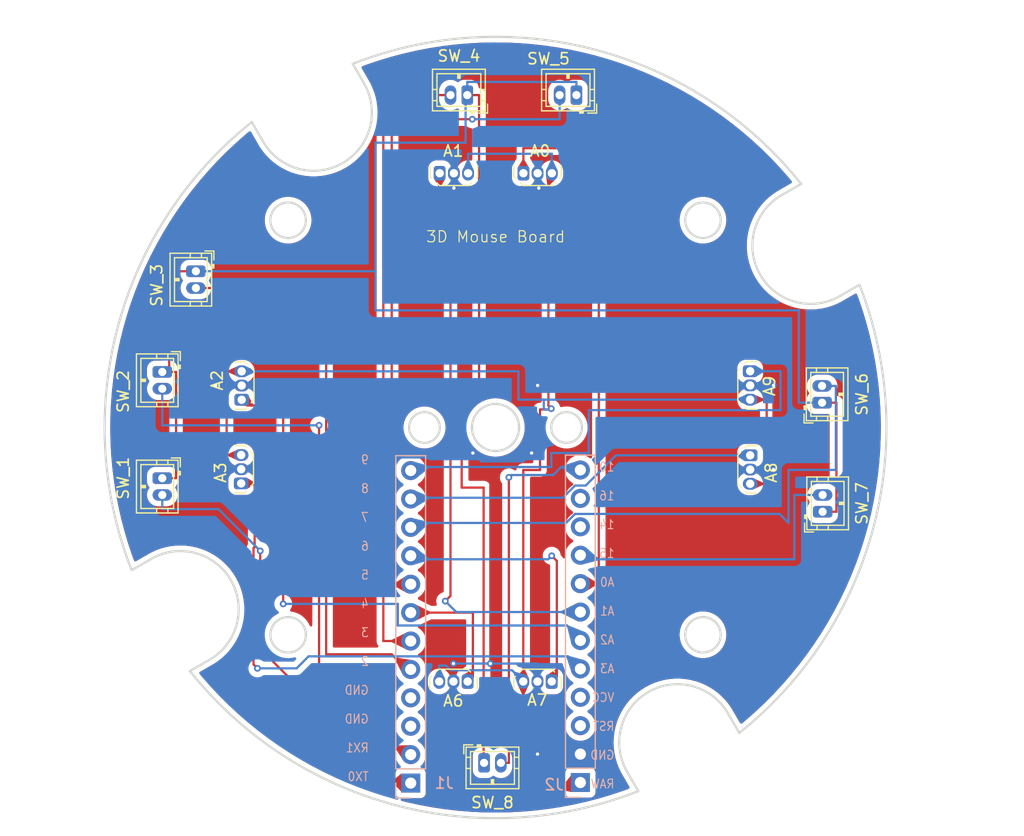
<source format=kicad_pcb>
(kicad_pcb (version 20240108) (generator "pcbnew") (generator_version "8.0")
  (layers (0 "F.Cu" signal) (31 "B.Cu" signal) (34 "B.Paste" user) (35 "F.Paste" user) (36 "B.SilkS" user "B.Silkscreen") (37 "F.SilkS" user "F.Silkscreen") (38 "B.Mask" user) (39 "F.Mask" user) (44 "Edge.Cuts" user))
  (net 0 "")
  (net 2 "Net-(J1-Pin_2)")
  (net 3 "Net-(J1-Pin_8)")
  (net 4 "Net-(J1-Pin_1)")
  (net 5 "Net-(J1-Pin_12)")
  (net 6 "Net-(J1-Pin_7)")
  (net 7 "Net-(J1-Pin_10)")
  (net 8 "Net-(J1-Pin_5)")
  (net 10 "Net-(J1-Pin_11)")
  (net 11 "Net-(J2-Pin_9)")
  (net 12 "Net-(J1-Pin_9)")
  (net 13 "Net-(J2-Pin_12)")
  (net 15 "Net-(J2-Pin_5)")
  (net 16 "GND")
  (net 17 "Net-(J2-Pin_6)")
  (net 18 "Net-(J2-Pin_8)")
  (net 19 "Net-(J2-Pin_7)")
  (net 23 "Net-(J2-Pin_1)")
  (net 24 "Net-(J1-Pin_6)")
  (net 25 "Net-(SW_1-Pin_1)")
  (footprint "Package_TO_SOT_THT:TO-92Flat" (layer "F.Cu") (at 132.7638 65.2373)
    (property "Reference" "A0" (at 1.4862 -1.9873 180) (layer "F.SilkS"))
    (property "Value" "SS49E")
    (pad "1" thru_hole roundrect (at 0 0) (size 1.05 1.3) (drill 0.75) (layers "*.Cu" "*.Mask") (roundrect_rratio 0.238) (net 18 "Net-(J2-Pin_8)"))
    (pad "2" thru_hole oval (at 1.27 0) (size 1.05 1.3) (drill 0.75) (layers "*.Cu" "*.Mask") (net 16 "GND"))
    (pad "3" thru_hole oval (at 2.54 0) (size 1.05 1.3) (drill 0.75) (layers "*.Cu" "*.Mask") (net 23 "Net-(J2-Pin_1)"))
  )
  (footprint "Connector_JST:JST_ZH_B2B-ZR_1x02_P1.50mm_Vertical" (layer "F.Cu") (at 159.5 95.5 90)
    (property "Reference" "SW_7" (at 0.75 3.5 90) (layer "F.SilkS"))
    (property "Value" "Conn_01x02_Socket" (hide yes))
    (pad "1" thru_hole roundrect (at 0 0 90) (size 1.03 1.73) (drill 0.73) (layers "*.Cu" "*.Mask") (roundrect_rratio 0.242718) (net 25 "Net-(SW_1-Pin_1)"))
    (pad "2" thru_hole oval (at 1.5 0 90) (size 1.03 1.73) (drill 0.73) (layers "*.Cu" "*.Mask") (net 11 "Net-(J2-Pin_9)"))
  )
  (footprint "Connector_JST:JST_ZH_B2B-ZR_1x02_P1.50mm_Vertical" (layer "F.Cu") (at 100.5 83 -90)
    (property "Reference" "SW_2" (at 1.75 3.5 -90) (layer "F.SilkS"))
    (property "Value" "Conn_01x02_Socket" (hide yes))
    (pad "1" thru_hole roundrect (at 0 0 270) (size 1.03 1.73) (drill 0.73) (layers "*.Cu" "*.Mask") (roundrect_rratio 0.242718) (net 25 "Net-(SW_1-Pin_1)"))
    (pad "2" thru_hole oval (at 1.5 0 270) (size 1.03 1.73) (drill 0.73) (layers "*.Cu" "*.Mask") (net 2 "Net-(J1-Pin_2)"))
  )
  (footprint "Package_TO_SOT_THT:TO-92Flat" (layer "F.Cu") (at 125.2838 65.2373)
    (property "Reference" "A1" (at 1.2162 -1.9873 0) (layer "F.SilkS"))
    (property "Value" "SS49E")
    (pad "1" thru_hole roundrect (at 0 0) (size 1.05 1.3) (drill 0.75) (layers "*.Cu" "*.Mask") (roundrect_rratio 0.238) (net 19 "Net-(J2-Pin_7)"))
    (pad "2" thru_hole oval (at 1.27 0) (size 1.05 1.3) (drill 0.75) (layers "*.Cu" "*.Mask") (net 16 "GND"))
    (pad "3" thru_hole oval (at 2.54 0) (size 1.05 1.3) (drill 0.75) (layers "*.Cu" "*.Mask") (net 23 "Net-(J2-Pin_1)"))
  )
  (footprint "Package_TO_SOT_THT:TO-92Flat" (layer "F.Cu") (at 135.2938 110.6773 180)
    (property "Reference" "A7" (at 1.29 -1.66 0) (layer "F.SilkS"))
    (property "Value" "SS49E")
    (pad "1" thru_hole roundrect (at 0 0 180) (size 1.05 1.3) (drill 0.75) (layers "*.Cu" "*.Mask") (roundrect_rratio 0.238) (net 12 "Net-(J1-Pin_9)"))
    (pad "2" thru_hole oval (at 1.27 0 180) (size 1.05 1.3) (drill 0.75) (layers "*.Cu" "*.Mask") (net 16 "GND"))
    (pad "3" thru_hole oval (at 2.54 0 180) (size 1.05 1.3) (drill 0.75) (layers "*.Cu" "*.Mask") (net 23 "Net-(J2-Pin_1)"))
  )
  (footprint "Connector_JST:JST_ZH_B2B-ZR_1x02_P1.50mm_Vertical" (layer "F.Cu") (at 103.5 74 -90)
    (property "Reference" "SW_3" (at 1.25 3.5 -90) (layer "F.SilkS"))
    (property "Value" "Conn_01x02_Socket" (hide yes))
    (pad "1" thru_hole roundrect (at 0 0 270) (size 1.03 1.73) (drill 0.73) (layers "*.Cu" "*.Mask") (roundrect_rratio 0.242718) (net 25 "Net-(SW_1-Pin_1)"))
    (pad "2" thru_hole oval (at 1.5 0 270) (size 1.03 1.73) (drill 0.73) (layers "*.Cu" "*.Mask") (net 8 "Net-(J1-Pin_5)"))
  )
  (footprint "Package_TO_SOT_THT:TO-92Flat" (layer "F.Cu") (at 127.7838 110.6773 180)
    (property "Reference" "A6" (at 1.28 -1.73 0) (layer "F.SilkS"))
    (property "Value" "SS49E")
    (pad "1" thru_hole roundrect (at 0 0 180) (size 1.05 1.3) (drill 0.75) (layers "*.Cu" "*.Mask") (roundrect_rratio 0.238) (net 6 "Net-(J1-Pin_7)"))
    (pad "2" thru_hole oval (at 1.27 0 180) (size 1.05 1.3) (drill 0.75) (layers "*.Cu" "*.Mask") (net 16 "GND"))
    (pad "3" thru_hole oval (at 2.54 0 180) (size 1.05 1.3) (drill 0.75) (layers "*.Cu" "*.Mask") (net 23 "Net-(J2-Pin_1)"))
  )
  (footprint "Package_TO_SOT_THT:TO-92Flat" (layer "F.Cu") (at 107.5488 92.9673 90)
    (property "Reference" "A3" (at 0.9673 -1.8488 90) (layer "F.SilkS"))
    (property "Value" "SS49E")
    (pad "1" thru_hole roundrect (at 0 0 90) (size 1.05 1.3) (drill 0.75) (layers "*.Cu" "*.Mask") (roundrect_rratio 0.238) (net 15 "Net-(J2-Pin_5)"))
    (pad "2" thru_hole oval (at 1.27 0 90) (size 1.05 1.3) (drill 0.75) (layers "*.Cu" "*.Mask") (net 16 "GND"))
    (pad "3" thru_hole oval (at 2.54 0 90) (size 1.05 1.3) (drill 0.75) (layers "*.Cu" "*.Mask") (net 23 "Net-(J2-Pin_1)"))
  )
  (footprint "Package_TO_SOT_THT:TO-92Flat" (layer "F.Cu") (at 153.0238 90.4573 -90)
    (property "Reference" "A8" (at 1.5427 -1.8762 90) (layer "F.SilkS"))
    (property "Value" "SS49E")
    (pad "1" thru_hole roundrect (at 0 0 270) (size 1.05 1.3) (drill 0.75) (layers "*.Cu" "*.Mask") (roundrect_rratio 0.238) (net 10 "Net-(J1-Pin_11)"))
    (pad "2" thru_hole oval (at 1.27 0 270) (size 1.05 1.3) (drill 0.75) (layers "*.Cu" "*.Mask") (net 16 "GND"))
    (pad "3" thru_hole oval (at 2.54 0 270) (size 1.05 1.3) (drill 0.75) (layers "*.Cu" "*.Mask") (net 23 "Net-(J2-Pin_1)"))
  )
  (footprint "Package_TO_SOT_THT:TO-92Flat" (layer "F.Cu") (at 107.5938 85.4873 90)
    (property "Reference" "A2" (at 1.7373 -2.1938 90) (layer "F.SilkS"))
    (property "Value" "SS49E")
    (pad "1" thru_hole roundrect (at 0 0 90) (size 1.05 1.3) (drill 0.75) (layers "*.Cu" "*.Mask") (roundrect_rratio 0.238) (net 17 "Net-(J2-Pin_6)"))
    (pad "2" thru_hole oval (at 1.27 0 90) (size 1.05 1.3) (drill 0.75) (layers "*.Cu" "*.Mask") (net 16 "GND"))
    (pad "3" thru_hole oval (at 2.54 0 90) (size 1.05 1.3) (drill 0.75) (layers "*.Cu" "*.Mask") (net 23 "Net-(J2-Pin_1)"))
  )
  (footprint "Package_TO_SOT_THT:TO-92Flat" (layer "F.Cu") (at 153.0238 82.9373 -90)
    (property "Reference" "A9" (at 1.3127 -1.7262 90) (layer "F.SilkS"))
    (property "Value" "SS49E")
    (pad "1" thru_hole roundrect (at 0 0 270) (size 1.05 1.3) (drill 0.75) (layers "*.Cu" "*.Mask") (roundrect_rratio 0.238) (net 5 "Net-(J1-Pin_12)"))
    (pad "2" thru_hole oval (at 1.27 0 270) (size 1.05 1.3) (drill 0.75) (layers "*.Cu" "*.Mask") (net 16 "GND"))
    (pad "3" thru_hole oval (at 2.54 0 270) (size 1.05 1.3) (drill 0.75) (layers "*.Cu" "*.Mask") (net 23 "Net-(J2-Pin_1)"))
  )
  (footprint "Connector_JST:JST_ZH_B2B-ZR_1x02_P1.50mm_Vertical" (layer "F.Cu") (at 127.75 58.25 180)
    (property "Reference" "SW_4" (at 0.75 3.5 180) (layer "F.SilkS"))
    (property "Value" "Conn_01x02_Socket" (hide yes))
    (pad "1" thru_hole roundrect (at 0 0 180) (size 1.03 1.73) (drill 0.73) (layers "*.Cu" "*.Mask") (roundrect_rratio 0.242718) (net 25 "Net-(SW_1-Pin_1)"))
    (pad "2" thru_hole oval (at 1.5 0 180) (size 1.03 1.73) (drill 0.73) (layers "*.Cu" "*.Mask") (net 24 "Net-(J1-Pin_6)"))
  )
  (footprint "Connector_JST:JST_ZH_B2B-ZR_1x02_P1.50mm_Vertical" (layer "F.Cu") (at 159.45 85.75 90)
    (property "Reference" "SW_6" (at 0.75 3.55 90) (layer "F.SilkS"))
    (property "Value" "Conn_01x02_Socket" (hide yes))
    (pad "1" thru_hole roundrect (at 0 0 90) (size 1.03 1.73) (drill 0.73) (layers "*.Cu" "*.Mask") (roundrect_rratio 0.242718) (net 25 "Net-(SW_1-Pin_1)"))
    (pad "2" thru_hole oval (at 1.5 0 90) (size 1.03 1.73) (drill 0.73) (layers "*.Cu" "*.Mask") (net 7 "Net-(J1-Pin_10)"))
  )
  (footprint "Connector_JST:JST_ZH_B2B-ZR_1x02_P1.50mm_Vertical" (layer "F.Cu") (at 100.5 92.5 -90)
    (property "Reference" "SW_1" (at 0 3.5 90) (layer "F.SilkS"))
    (property "Value" "Conn_01x02_Socket" (hide yes))
    (pad "1" thru_hole roundrect (at 0 0 270) (size 1.03 1.73) (drill 0.73) (layers "*.Cu" "*.Mask") (roundrect_rratio 0.242718) (net 25 "Net-(SW_1-Pin_1)"))
    (pad "2" thru_hole oval (at 1.5 0 270) (size 1.03 1.73) (drill 0.73) (layers "*.Cu" "*.Mask") (net 4 "Net-(J1-Pin_1)"))
  )
  (footprint "Connector_JST:JST_ZH_B2B-ZR_1x02_P1.50mm_Vertical" (layer "F.Cu") (at 129.25 117.95)
    (property "Reference" "SW_8" (at 0.75 3.55 0) (layer "F.SilkS"))
    (property "Value" "Conn_01x02_Socket" (hide yes))
    (pad "1" thru_hole roundrect (at 0 0) (size 1.03 1.73) (drill 0.73) (layers "*.Cu" "*.Mask") (roundrect_rratio 0.242718) (net 25 "Net-(SW_1-Pin_1)"))
    (pad "2" thru_hole oval (at 1.5 0) (size 1.03 1.73) (drill 0.73) (layers "*.Cu" "*.Mask") (net 13 "Net-(J2-Pin_12)"))
  )
  (footprint "Connector_JST:JST_ZH_B2B-ZR_1x02_P1.50mm_Vertical" (layer "F.Cu") (at 137.5 58.25 180)
    (property "Reference" "SW_5" (at 2.5 3.25 180) (layer "F.SilkS"))
    (property "Value" "Conn_01x02_Socket" (hide yes))
    (pad "1" thru_hole roundrect (at 0 0 180) (size 1.03 1.73) (drill 0.73) (layers "*.Cu" "*.Mask") (roundrect_rratio 0.242718) (net 25 "Net-(SW_1-Pin_1)"))
    (pad "2" thru_hole oval (at 1.5 0 180) (size 1.03 1.73) (drill 0.73) (layers "*.Cu" "*.Mask") (net 3 "Net-(J1-Pin_8)"))
  )
  (footprint "Connector_PinHeader_2.54mm:PinHeader_1x12_P2.54mm_Vertical" (layer "B.Cu") (at 137.8538 119.7073)
    (property "Reference" "J2" (at -2.3538 0.1927 0) (layer "B.SilkS") (effects (justify mirror)))
    (property "Value" "Conn_01x12_Pin" (hide yes))
    (pad "1" thru_hole rect (at 0 0) (size 1.7 1.7) (drill 1) (layers "*.Cu" "*.Mask") (net 23 "Net-(J2-Pin_1)"))
    (pad "2" thru_hole oval (at 0 -2.54) (size 1.7 1.7) (drill 1) (layers "*.Cu" "*.Mask") (net 16 "GND"))
    (pad "3" thru_hole oval (at 0 -5.08) (size 1.7 1.7) (drill 1) (layers "*.Cu" "*.Mask"))
    (pad "4" thru_hole oval (at 0 -7.62) (size 1.7 1.7) (drill 1) (layers "*.Cu" "*.Mask"))
    (pad "5" thru_hole oval (at 0 -10.16) (size 1.7 1.7) (drill 1) (layers "*.Cu" "*.Mask") (net 15 "Net-(J2-Pin_5)"))
    (pad "6" thru_hole oval (at 0 -12.7) (size 1.7 1.7) (drill 1) (layers "*.Cu" "*.Mask") (net 17 "Net-(J2-Pin_6)"))
    (pad "7" thru_hole oval (at 0 -15.24) (size 1.7 1.7) (drill 1) (layers "*.Cu" "*.Mask") (net 19 "Net-(J2-Pin_7)"))
    (pad "8" thru_hole oval (at 0 -17.78) (size 1.7 1.7) (drill 1) (layers "*.Cu" "*.Mask") (net 18 "Net-(J2-Pin_8)"))
    (pad "9" thru_hole oval (at 0 -20.32) (size 1.7 1.7) (drill 1) (layers "*.Cu" "*.Mask") (net 11 "Net-(J2-Pin_9)"))
    (pad "10" thru_hole oval (at 0 -22.86) (size 1.7 1.7) (drill 1) (layers "*.Cu" "*.Mask"))
    (pad "11" thru_hole oval (at 0 -25.4) (size 1.7 1.7) (drill 1) (layers "*.Cu" "*.Mask"))
    (pad "12" thru_hole oval (at 0 -27.94) (size 1.7 1.7) (drill 1) (layers "*.Cu" "*.Mask") (net 13 "Net-(J2-Pin_12)"))
  )
  (footprint "Connector_PinHeader_2.54mm:PinHeader_1x12_P2.54mm_Vertical" (layer "B.Cu") (at 122.6938 119.7573)
    (property "Reference" "J1" (at 3 0 0) (layer "B.SilkS") (effects (justify mirror)))
    (property "Value" "Conn_01x12_Pin" (hide yes))
    (pad "1" thru_hole rect (at 0 0) (size 1.7 1.7) (drill 1) (layers "*.Cu" "*.Mask") (net 4 "Net-(J1-Pin_1)"))
    (pad "2" thru_hole oval (at 0 -2.54) (size 1.7 1.7) (drill 1) (layers "*.Cu" "*.Mask") (net 2 "Net-(J1-Pin_2)"))
    (pad "3" thru_hole oval (at 0 -5.08) (size 1.7 1.7) (drill 1) (layers "*.Cu" "*.Mask"))
    (pad "4" thru_hole oval (at 0 -7.62) (size 1.7 1.7) (drill 1) (layers "*.Cu" "*.Mask"))
    (pad "5" thru_hole oval (at 0 -10.16) (size 1.7 1.7) (drill 1) (layers "*.Cu" "*.Mask") (net 8 "Net-(J1-Pin_5)"))
    (pad "6" thru_hole oval (at 0 -12.7) (size 1.7 1.7) (drill 1) (layers "*.Cu" "*.Mask") (net 24 "Net-(J1-Pin_6)"))
    (pad "7" thru_hole oval (at 0 -15.24) (size 1.7 1.7) (drill 1) (layers "*.Cu" "*.Mask") (net 6 "Net-(J1-Pin_7)"))
    (pad "8" thru_hole oval (at 0 -17.78) (size 1.7 1.7) (drill 1) (layers "*.Cu" "*.Mask") (net 3 "Net-(J1-Pin_8)"))
    (pad "9" thru_hole oval (at 0 -20.32) (size 1.7 1.7) (drill 1) (layers "*.Cu" "*.Mask") (net 12 "Net-(J1-Pin_9)"))
    (pad "10" thru_hole oval (at 0 -22.86) (size 1.7 1.7) (drill 1) (layers "*.Cu" "*.Mask") (net 7 "Net-(J1-Pin_10)"))
    (pad "11" thru_hole oval (at 0 -25.4) (size 1.7 1.7) (drill 1) (layers "*.Cu" "*.Mask") (net 10 "Net-(J1-Pin_11)"))
    (pad "12" thru_hole oval (at 0 -27.94) (size 1.7 1.7) (drill 1) (layers "*.Cu" "*.Mask") (net 5 "Net-(J1-Pin_12)"))
  )
  (gr_arc (start 97.763227 100.72524) (mid 96.539659 78.92805) (end 108.497895 60.662914) (stroke (width 0.2)) (layer "Edge.Cuts"))
  (gr_arc (start 161.034337 76.220698) (mid 153.921446 74.314805) (end 155.827335 67.201911) (stroke (width 0.2)) (layer "Edge.Cuts"))
  (gr_line (start 102.970227 109.744028) (end 104.7219 108.732699) (stroke (width 0.2)) (layer "Edge.Cuts"))
  (gr_circle (center 123.924618 87.967305) (end 125.299618 87.967305) (stroke (width 0.2)) (fill none) (layer "Edge.Cuts"))
  (gr_line (start 142.021212 118.727002) (end 143.032553 120.478695) (stroke (width 0.2)) (layer "Edge.Cuts"))
  (gr_line (start 108.497895 60.662914) (end 109.509224 62.414587) (stroke (width 0.2)) (layer "Edge.Cuts"))
  (gr_circle (center 148.806221 69.435702) (end 150.393721 69.435702) (stroke (width 0.2)) (fill none) (layer "Edge.Cuts"))
  (gr_arc (start 162.786009 75.20937) (mid 164.009577 97.00656) (end 152.051342 115.271696) (stroke (width 0.2)) (layer "Edge.Cuts"))
  (gr_circle (center 136.624618 87.967305) (end 137.999618 87.967305) (stroke (width 0.2)) (fill none) (layer "Edge.Cuts"))
  (gr_circle (center 130.274618 87.967305) (end 132.382818 87.967305) (stroke (width 0.2)) (fill none) (layer "Edge.Cuts"))
  (gr_circle (center 148.806221 106.498908) (end 150.393721 106.498908) (stroke (width 0.2)) (fill none) (layer "Edge.Cuts"))
  (gr_arc (start 118.528012 57.207588) (mid 116.622118 64.320481) (end 109.509225 62.414587) (stroke (width 0.2)) (layer "Edge.Cuts"))
  (gr_line (start 99.514901 99.713911) (end 97.763227 100.72524) (stroke (width 0.2)) (layer "Edge.Cuts"))
  (gr_circle (center 111.743015 106.498908) (end 113.330515 106.498908) (stroke (width 0.2)) (fill none) (layer "Edge.Cuts"))
  (gr_line (start 157.579009 66.190581) (end 155.827335 67.201911) (stroke (width 0.2)) (layer "Edge.Cuts"))
  (gr_arc (start 142.021212 118.727002) (mid 143.927105 111.614109) (end 151.039999 113.52) (stroke (width 0.2)) (layer "Edge.Cuts"))
  (gr_line (start 161.034337 76.220698) (end 162.786009 75.20937) (stroke (width 0.2)) (layer "Edge.Cuts"))
  (gr_arc (start 117.516683 55.455914) (mid 139.313873 54.232346) (end 157.579009 66.190581) (stroke (width 0.2)) (layer "Edge.Cuts"))
  (gr_line (start 152.051342 115.271696) (end 151.039999 113.52) (stroke (width 0.2)) (layer "Edge.Cuts"))
  (gr_arc (start 99.514901 99.713911) (mid 106.627794 101.619805) (end 104.7219 108.732698) (stroke (width 0.2)) (layer "Edge.Cuts"))
  (gr_arc (start 143.032553 120.478695) (mid 121.235363 121.702264) (end 102.970227 109.744028) (stroke (width 0.2)) (layer "Edge.Cuts"))
  (gr_line (start 118.528012 57.207588) (end 117.516683 55.455914) (stroke (width 0.2)) (layer "Edge.Cuts"))
  (gr_line (start 104.7219 108.732698) (end 104.7219 108.732699) (stroke (width 0.2)) (layer "Edge.Cuts"))
  (gr_line (start 109.509225 62.414587) (end 109.509224 62.414587) (stroke (width 0.2)) (layer "Edge.Cuts"))
  (gr_circle (center 111.743015 69.435702) (end 113.330515 69.435702) (stroke (width 0.2)) (fill none) (layer "Edge.Cuts"))
  (gr_text "10\n\n16\n\n14\n\n15\n\nA0\n\nA1\n\nA2\n\nA3\n\nVCC\n\nRST\n\nGND\n\nRAW\n" (at 140.95 120.3 0) (layer "B.SilkS") (effects (font (size 0.8 0.7) (thickness 0.1)) (justify left bottom mirror)))
  (gr_text "9\n\n8\n\n7\n\n6\n\n5\n\n4\n\n3\n\n2\n\nGND\n\nGND\n\nRX1\n\nTX0" (at 119 119.65 0) (layer "B.SilkS") (effects (font (size 0.8 0.7) (thickness 0.1)) (justify left bottom mirror)))
  (gr_text "3D Mouse Board" (at 124 71.5 0) (layer "F.SilkS") (effects (font (size 1 1) (thickness 0.1)) (justify left bottom)))
  (segment (start 114.5077 109.5973) (end 114.5077 87.7748) (width 0.2) (layer "F.Cu") (net 2))
  (segment (start 122.6938 117.2173) (end 121.9765 116.5) (width 0.2) (layer "F.Cu") (net 2))
  (segment (start 120.9647 116.5) (end 120.9647 109.5973) (width 0.2) (layer "F.Cu") (net 2))
  (segment (start 121.9765 116.5) (end 120.9647 116.5) (width 0.2) (layer "F.Cu") (net 2))
  (segment (start 120.9647 109.5973) (end 114.5077 109.5973) (width 0.2) (layer "F.Cu") (net 2))
  (via (at 114.5077 87.7748) (size 0.6) (drill 0.3) (layers "F.Cu" "B.Cu") (net 2))
  (segment (start 100.5 84.5) (end 100.5 87.7748) (width 0.2) (layer "B.Cu") (net 2))
  (segment (start 100.5 87.7748) (end 114.5077 87.7748) (width 0.2) (layer "B.Cu") (net 2))
  (segment (start 122.6938 101.9773) (end 121 101.9773) (width 0.2) (layer "F.Cu") (net 3))
  (segment (start 121 101.9773) (end 121 60.4071) (width 0.2) (layer "F.Cu") (net 3))
  (segment (start 121 60.4071) (end 128.2003 60.4071) (width 0.2) (layer "F.Cu") (net 3))
  (via (at 128.2003 60.4071) (size 0.6) (drill 0.3) (layers "F.Cu" "B.Cu") (net 3))
  (segment (start 128.2003 60.4071) (end 136 60.4071) (width 0.2) (layer "B.Cu") (net 3))
  (segment (start 136 60.4071) (end 136 58.25) (width 0.2) (layer "B.Cu") (net 3))
  (segment (start 109.25 99) (end 109.25 107.75) (width 0.2) (layer "F.Cu") (net 4))
  (segment (start 109.25 107.75) (end 121.2573 119.7573) (width 0.2) (layer "F.Cu") (net 4))
  (segment (start 121.2573 119.7573) (end 122.6938 119.7573) (width 0.2) (layer "F.Cu") (net 4))
  (via (at 109.25 99) (size 0.6) (drill 0.3) (layers "F.Cu" "B.Cu") (net 4))
  (segment (start 109.25 99) (end 105.5144 95.2644) (width 0.2) (layer "B.Cu") (net 4))
  (segment (start 100.5 95.2644) (end 100.5 94) (width 0.2) (layer "B.Cu") (net 4))
  (segment (start 105.5144 95.2644) (end 100.5 95.2644) (width 0.2) (layer "B.Cu") (net 4))
  (segment (start 122.6938 91.8173) (end 123.0111 91.5) (width 0.2) (layer "B.Cu") (net 5))
  (segment (start 155.7386 82.9373) (end 153.0238 82.9373) (width 0.2) (layer "B.Cu") (net 5))
  (segment (start 135.2588 90.25) (end 138.6023 90.25) (width 0.2) (layer "B.Cu") (net 5))
  (segment (start 138.6023 90.25) (end 138.6023 86.4172) (width 0.2) (layer "B.Cu") (net 5))
  (segment (start 135.2588 91.5) (end 135.2588 90.25) (width 0.2) (layer "B.Cu") (net 5))
  (segment (start 155.7386 86.4172) (end 155.7386 82.9373) (width 0.2) (layer "B.Cu") (net 5))
  (segment (start 123.0111 91.5) (end 135.2588 91.5) (width 0.2) (layer "B.Cu") (net 5))
  (segment (start 138.6023 86.4172) (end 155.7386 86.4172) (width 0.2) (layer "B.Cu") (net 5))
  (segment (start 128.25 110.2111) (end 127.7838 110.6773) (width 0.2) (layer "F.Cu") (net 6))
  (segment (start 122.6938 104.5173) (end 128.25 104.5173) (width 0.2) (layer "F.Cu") (net 6))
  (segment (start 128.25 104.5173) (end 128.25 110.2111) (width 0.2) (layer "F.Cu") (net 6))
  (segment (start 160.6848 91.7588) (end 160.6848 84.25) (width 0.2) (layer "B.Cu") (net 7))
  (segment (start 137.377454 95.6973) (end 155.6501 95.6973) (width 0.2) (layer "B.Cu") (net 7))
  (segment (start 155.6501 95.6973) (end 156.4528 96.5) (width 0.2) (layer "B.Cu") (net 7))
  (segment (start 122.6938 96.8973) (end 122.6938 96.5) (width 0.2) (layer "B.Cu") (net 7))
  (segment (start 156.4528 96.5) (end 156.4528 91.7588) (width 0.2) (layer "B.Cu") (net 7))
  (segment (start 156.4528 91.7588) (end 160.6848 91.7588) (width 0.2) (layer "B.Cu") (net 7))
  (segment (start 122.6938 96.5) (end 136.574754 96.5) (width 0.2) (layer "B.Cu") (net 7))
  (segment (start 136.574754 96.5) (end 137.377454 95.6973) (width 0.2) (layer "B.Cu") (net 7))
  (segment (start 160.6848 84.25) (end 159.45 84.25) (width 0.2) (layer "B.Cu") (net 7))
  (segment (start 115.1427 75.5) (end 103.5 75.5) (width 0.2) (layer "F.Cu") (net 8))
  (segment (start 122.6938 109.5973) (end 122.3473 109.5973) (width 0.2) (layer "F.Cu") (net 8))
  (segment (start 120.9944 108.2444) (end 115.1427 108.2444) (width 0.2) (layer "F.Cu") (net 8))
  (segment (start 115.1427 108.2444) (end 115.1427 75.5) (width 0.2) (layer "F.Cu") (net 8))
  (segment (start 122.3473 109.5973) (end 120.9944 108.2444) (width 0.2) (layer "F.Cu") (net 8))
  (segment (start 141.030146 90.4573) (end 153.0238 90.4573) (width 0.2) (layer "B.Cu") (net 10))
  (segment (start 137.377454 93.1573) (end 138.330146 93.1573) (width 0.2) (layer "B.Cu") (net 10))
  (segment (start 122.6938 94.3573) (end 122.8011 94.25) (width 0.2) (layer "B.Cu") (net 10))
  (segment (start 138.330146 93.1573) (end 141.030146 90.4573) (width 0.2) (layer "B.Cu") (net 10))
  (segment (start 136.284754 94.25) (end 137.377454 93.1573) (width 0.2) (layer "B.Cu") (net 10))
  (segment (start 122.8011 94.25) (end 136.284754 94.25) (width 0.2) (layer "B.Cu") (net 10))
  (segment (start 138.2165 99.75) (end 156.9749 99.75) (width 0.2) (layer "B.Cu") (net 11))
  (segment (start 137.8538 99.3873) (end 138.2165 99.75) (width 0.2) (layer "B.Cu") (net 11))
  (segment (start 156.9749 99.75) (end 156.9749 94) (width 0.2) (layer "B.Cu") (net 11))
  (segment (start 156.9749 94) (end 159.5 94) (width 0.2) (layer "B.Cu") (net 11))
  (segment (start 135.2938 110.6773) (end 135.75 110.2211) (width 0.2) (layer "F.Cu") (net 12))
  (segment (start 135.75 110.2211) (end 135.75 99.8935) (width 0.2) (layer "F.Cu") (net 12))
  (segment (start 135.75 99.8935) (end 135.2938 99.4373) (width 0.2) (layer "F.Cu") (net 12))
  (via (at 135.2938 99.4373) (size 0.6) (drill 0.3) (layers "F.Cu" "B.Cu") (net 12))
  (segment (start 122.6938 99.4373) (end 123.0065 99.75) (width 0.2) (layer "B.Cu") (net 12))
  (segment (start 123.0065 99.75) (end 134.9811 99.75) (width 0.2) (layer "B.Cu") (net 12))
  (segment (start 134.9811 99.75) (end 135.2938 99.4373) (width 0.2) (layer "B.Cu") (net 12))
  (segment (start 131.4643 92.4273) (end 131.4643 117.95) (width 0.2) (layer "F.Cu") (net 13))
  (segment (start 131.4643 117.95) (end 130.75 117.95) (width 0.2) (layer "F.Cu") (net 13))
  (via (at 131.4643 92.4273) (size 0.6) (drill 0.3) (layers "F.Cu" "B.Cu") (net 13))
  (segment (start 131.6743 92.2173) (end 131.4643 92.4273) (width 0.2) (layer "B.Cu") (net 13))
  (segment (start 135.424485 92.2173) (end 131.6743 92.2173) (width 0.2) (layer "B.Cu") (net 13))
  (segment (start 137.8538 91.7673) (end 137.5865 91.5) (width 0.2) (layer "B.Cu") (net 13))
  (segment (start 136.141785 91.5) (end 135.424485 92.2173) (width 0.2) (layer "B.Cu") (net 13))
  (segment (start 137.5865 91.5) (end 136.141785 91.5) (width 0.2) (layer "B.Cu") (net 13))
  (segment (start 108.65 98.751471) (end 108.75 98.651471) (width 0.2) (layer "F.Cu") (net 15))
  (segment (start 108.75 92.9673) (end 107.5488 92.9673) (width 0.2) (layer "F.Cu") (net 15))
  (segment (start 108.65 109.15) (end 108.65 98.751471) (width 0.2) (layer "F.Cu") (net 15))
  (segment (start 109 109.5) (end 108.65 109.15) (width 0.2) (layer "F.Cu") (net 15))
  (segment (start 108.75 98.651471) (end 108.75 92.9673) (width 0.2) (layer "F.Cu") (net 15))
  (via (at 109 109.5) (size 0.6) (drill 0.3) (layers "F.Cu" "B.Cu") (net 15))
  (segment (start 113.573 108.427) (end 136.7335 108.427) (width 0.2) (layer "B.Cu") (net 15))
  (segment (start 109 109.5) (end 112.5 109.5) (width 0.2) (layer "B.Cu") (net 15))
  (segment (start 136.7335 108.427) (end 137.8538 109.5473) (width 0.2) (layer "B.Cu") (net 15))
  (segment (start 112.5 109.5) (end 113.573 108.427) (width 0.2) (layer "B.Cu") (net 15))
  (segment (start 126.5138 109.0702) (end 126.5138 110.6773) (width 0.2) (layer "F.Cu") (net 16))
  (segment (start 126.5538 65.2373) (end 126.5538 66.5649) (width 0.2) (layer "F.Cu") (net 16))
  (segment (start 105.2662 91.6973) (end 105.2662 84.2173) (width 0.2) (layer "F.Cu") (net 16))
  (segment (start 133.5 90.25) (end 133.5 84.7411) (width 0.2) (layer "F.Cu") (net 16))
  (segment (start 129.8124 91.8124) (end 129.8124 109.0702) (width 0.2) (layer "F.Cu") (net 16))
  (segment (start 134.0338 66.907) (end 134.0338 84.2073) (width 0.2) (layer "F.Cu") (net 16))
  (segment (start 134.14 66.907) (end 134.14 66.5649) (width 0.2) (layer "F.Cu") (net 16))
  (segment (start 134.0338 66.907) (end 134.14 66.907) (width 0.2) (layer "F.Cu") (net 16))
  (segment (start 155.1094 91.7273) (end 155.1094 84.2073) (width 0.2) (layer "F.Cu") (net 16))
  (segment (start 107.5488 91.6973) (end 105.2662 91.6973) (width 0.2) (layer "F.Cu") (net 16))
  (segment (start 134.0338 65.2373) (end 134.0338 66.907) (width 0.2) (layer "F.Cu") (net 16))
  (segment (start 133.5 84.7411) (end 134.0338 84.2073) (width 0.2) (layer "F.Cu") (net 16))
  (segment (start 128.25 90.25) (end 129.8124 91.8124) (width 0.2) (layer "F.Cu") (net 16))
  (segment (start 134.0238 110.6773) (end 134.0238 117.1673) (width 0.2) (layer "F.Cu") (net 16))
  (via (at 134.14 66.5649) (size 0.6) (drill 0.3) (layers "F.Cu" "B.Cu") (net 16))
  (via (at 134.0238 117.1673) (size 0.6) (drill 0.3) (layers "F.Cu" "B.Cu") (net 16))
  (via (at 126.5138 109.0702) (size 0.6) (drill 0.3) (layers "F.Cu" "B.Cu") (net 16))
  (via (at 126.5538 66.5649) (size 0.6) (drill 0.3) (layers "F.Cu" "B.Cu") (net 16))
  (via (at 129.8124 109.0702) (size 0.6) (drill 0.3) (layers "F.Cu" "B.Cu") (net 16))
  (via (at 128.25 90.25) (size 0.6) (drill 0.3) (layers "F.Cu" "B.Cu") (net 16))
  (via (at 134.0338 84.2073) (size 0.6) (drill 0.3) (layers "F.Cu" "B.Cu") (net 16))
  (via (at 155.1094 91.7273) (size 0.6) (drill 0.3) (layers "F.Cu" "B.Cu") (net 16))
  (via (at 105.2662 84.2173) (size 0.6) (drill 0.3) (layers "F.Cu" "B.Cu") (net 16))
  (via (at 155.1094 84.2073) (size 0.6) (drill 0.3) (layers "F.Cu" "B.Cu") (net 16))
  (via (at 133.5 90.25) (size 0.6) (drill 0.3) (layers "F.Cu" "B.Cu") (net 16))
  (segment (start 132.75 91) (end 133.5 90.25) (width 0.2) (layer "B.Cu") (net 16))
  (segment (start 134.0238 110.6773) (end 134.0238 109.0702) (width 0.2) (layer "B.Cu") (net 16))
  (segment (start 153.0238 91.7273) (end 155.1094 91.7273) (width 0.2) (layer "B.Cu") (net 16))
  (segment (start 137.5211 117.5) (end 134.3565 117.5) (width 0.2) (layer "B.Cu") (net 16))
  (segment (start 128.25 90.25) (end 127.8579 90.6421) (width 0.2) (layer "B.Cu") (net 16))
  (segment (start 153.0238 84.2073) (end 134.0338 84.2073) (width 0.2) (layer "B.Cu") (net 16))
  (segment (start 134.3565 117.5) (end 134.0238 117.1673) (width 0.2) (layer "B.Cu") (net 16))
  (segment (start 134.14 66.5649) (end 126.5538 66.5649) (width 0.2) (layer "B.Cu") (net 16))
  (segment (start 134.0238 109.0702) (end 129.8124 109.0702) (width 0.2) (layer "B.Cu") (net 16))
  (segment (start 128.25 90.25) (end 129 91) (width 0.2) (layer "B.Cu") (net 16))
  (segment (start 127.8579 90.6421) (end 114.2246 90.6421) (width 0.2) (layer "B.Cu") (net 16))
  (segment (start 129.8124 109.0702) (end 126.5138 109.0702) (width 0.2) (layer "B.Cu") (net 16))
  (segment (start 155.1094 84.2073) (end 153.0238 84.2073) (width 0.2) (layer "B.Cu") (net 16))
  (segment (start 114.2246 90.6421) (end 114.2246 91.6973) (width 0.2) (layer "B.Cu") (net 16))
  (segment (start 114.2246 91.6973) (end 107.5488 91.6973) (width 0.2) (layer "B.Cu") (net 16))
  (segment (start 137.8538 117.1673) (end 137.5211 117.5) (width 0.2) (layer "B.Cu") (net 16))
  (segment (start 129 91) (end 132.75 91) (width 0.2) (layer "B.Cu") (net 16))
  (segment (start 105.2662 84.2173) (end 107.5938 84.2173) (width 0.2) (layer "B.Cu") (net 16))
  (segment (start 111.3026 103.7377) (end 111.3026 86) (width 0.2) (layer "F.Cu") (net 17))
  (segment (start 111.3026 86) (end 108.1065 86) (width 0.2) (layer "F.Cu") (net 17))
  (segment (start 108.1065 86) (end 107.5938 85.4873) (width 0.2) (layer "F.Cu") (net 17))
  (via (at 111.3026 103.7377) (size 0.6) (drill 0.3) (layers "F.Cu" "B.Cu") (net 17))
  (segment (start 136.669 105.669) (end 121.5421 105.669) (width 0.2) (layer "B.Cu") (net 17))
  (segment (start 121.5421 103.7377) (end 111.3026 103.7377) (width 0.2) (layer "B.Cu") (net 17))
  (segment (start 121.5421 105.669) (end 121.5421 103.7377) (width 0.2) (layer "B.Cu") (net 17))
  (segment (start 137.8538 107.0073) (end 137.8538 106.8538) (width 0.2) (layer "B.Cu") (net 17))
  (segment (start 137.8538 106.8538) (end 136.669 105.669) (width 0.2) (layer "B.Cu") (net 17))
  (segment (start 139.5 101.9273) (end 139.5 63) (width 0.2) (layer "F.Cu") (net 18))
  (segment (start 139.5 63) (end 132.7638 63) (width 0.2) (layer "F.Cu") (net 18))
  (segment (start 132.7638 63) (end 132.7638 65.2373) (width 0.2) (layer "F.Cu") (net 18))
  (segment (start 137.8538 101.9273) (end 139.5 101.9273) (width 0.2) (layer "F.Cu") (net 18))
  (segment (start 125.7836 103.4893) (end 126.25 103.0229) (width 0.2) (layer "F.Cu") (net 19))
  (segment (start 126.25 69.7785) (end 125.2838 69.7785) (width 0.2) (layer "F.Cu") (net 19))
  (segment (start 126.25 103.0229) (end 126.25 69.7785) (width 0.2) (layer "F.Cu") (net 19))
  (segment (start 125.2838 69.7785) (end 125.2838 65.2373) (width 0.2) (layer "F.Cu") (net 19))
  (via (at 125.7836 103.4893) (size 0.6) (drill 0.3) (layers "F.Cu" "B.Cu") (net 19))
  (segment (start 137.8538 104.4673) (end 126.7616 104.4673) (width 0.2) (layer "B.Cu") (net 19))
  (segment (start 126.7616 104.4673) (end 125.7836 103.4893) (width 0.2) (layer "B.Cu") (net 19))
  (segment (start 106.25 90.4273) (end 107.5488 90.4273) (width 0.2) (layer "F.Cu") (net 23))
  (segment (start 154.5 85.4773) (end 154.5 92.9973) (width 0.2) (layer "F.Cu") (net 23))
  (segment (start 107.5938 82.9473) (end 106.25 82.9473) (width 0.2) (layer "F.Cu") (net 23))
  (segment (start 135 86.02548) (end 135 64.8793) (width 0.2) (layer "F.Cu") (net 23))
  (segment (start 135.253641 86.279121) (end 135 86.02548) (width 0.2) (layer "F.Cu") (net 23))
  (segment (start 132.7538 91.7673) (end 134.25 91.7673) (width 0.2) (layer "F.Cu") (net 23))
  (segment (start 132.7538 120.25) (end 132.7538 110.6773) (width 0.2) (layer "F.Cu") (net 23))
  (segment (start 154.5 92.9973) (end 153.0238 92.9973) (width 0.2) (layer "F.Cu") (net 23))
  (segment (start 137.3111 120.25) (end 132.7538 120.25) (width 0.2) (layer "F.Cu") (net 23))
  (segment (start 132.7538 110.6773) (end 132.7538 91.7673) (width 0.2) (layer "F.Cu") (net 23))
  (segment (start 153.0238 85.4773) (end 154.5 85.4773) (width 0.2) (layer "F.Cu") (net 23))
  (segment (start 106.25 82.9473) (end 106.25 90.4273) (width 0.2) (layer "F.Cu") (net 23))
  (segment (start 137.8538 119.7073) (end 137.3111 120.25) (width 0.2) (layer "F.Cu") (net 23))
  (segment (start 134.25 91.7673) (end 134.25 86.358) (width 0.2) (layer "F.Cu") (net 23))
  (segment (start 134.25 86.358) (end 135.3038 86.358) (width 0.2) (layer "F.Cu") (net 23))
  (via (at 135.253641 86.279121) (size 0.6) (drill 0.3) (layers "F.Cu" "B.Cu") (net 23))
  (segment (start 132.3221 82.9473) (end 107.5938 82.9473) (width 0.2) (layer "B.Cu") (net 23))
  (segment (start 134.583 85.4773) (end 153.0238 85.4773) (width 0.2) (layer "B.Cu") (net 23))
  (segment (start 132.3221 85.4773) (end 132.3221 82.9473) (width 0.2) (layer "B.Cu") (net 23))
  (segment (start 125.2438 110.6773) (end 125.2438 109.25) (width 0.2) (layer "B.Cu") (net 23))
  (segment (start 135.3038 63.5) (end 135.3038 65.2373) (width 0.2) (layer "B.Cu") (net 23))
  (segment (start 127.8238 65.2373) (end 127.8238 63.5) (width 0.2) (layer "B.Cu") (net 23))
  (segment (start 125.845071 109.25) (end 126.265271 109.6702) (width 0.2) (layer "B.Cu") (net 23))
  (segment (start 131.7467 109.6702) (end 132.7538 110.6773) (width 0.2) (layer "B.Cu") (net 23))
  (segment (start 134.583 85.4773) (end 134.583 86.358) (width 0.2) (layer "B.Cu") (net 23))
  (segment (start 126.265271 109.6702) (end 131.7467 109.6702) (width 0.2) (layer "B.Cu") (net 23))
  (segment (start 134.583 86.358) (end 135.3038 86.358) (width 0.2) (layer "B.Cu") (net 23))
  (segment (start 134.583 85.4773) (end 132.3221 85.4773) (width 0.2) (layer "B.Cu") (net 23))
  (segment (start 127.8238 63.5) (end 135.3038 63.5) (width 0.2) (layer "B.Cu") (net 23))
  (segment (start 125.2438 109.25) (end 125.845071 109.25) (width 0.2) (layer "B.Cu") (net 23))
  (segment (start 120.25 107.0573) (end 122.6938 107.0573) (width 0.2) (layer "F.Cu") (net 24))
  (segment (start 120.25 58.25) (end 120.25 107.0573) (width 0.2) (layer "F.Cu") (net 24))
  (segment (start 126.25 58.25) (end 120.25 58.25) (width 0.2) (layer "F.Cu") (net 24))
  (segment (start 128.802 58.25) (end 128.802 84.2036) (width 0.2) (layer "F.Cu") (net 25))
  (segment (start 127.75 58.25) (end 128.802 58.25) (width 0.2) (layer "F.Cu") (net 25))
  (segment (start 129.2107 117.95) (end 129.25 117.95) (width 0.2) (layer "F.Cu") (net 25))
  (segment (start 101.1165 74) (end 103.5 74) (width 0.2) (layer "F.Cu") (net 25))
  (segment (start 127.25 84.2036) (end 127.25 93.3395) (width 0.2) (layer "F.Cu") (net 25))
  (segment (start 159.45 85.75) (end 160.7316 85.75) (width 0.2) (layer "F.Cu") (net 25))
  (segment (start 160.7316 85.75) (end 160.7316 95.5) (width 0.2) (layer "F.Cu") (net 25))
  (segment (start 101.1165 83) (end 101.1165 74) (width 0.2) (layer "F.Cu") (net 25))
  (segment (start 127.25 93.3395) (end 129.2107 93.3395) (width 0.2) (layer "F.Cu") (net 25))
  (segment (start 128.802 84.2036) (end 127.25 84.2036) (width 0.2) (layer "F.Cu") (net 25))
  (segment (start 101.733 83) (end 101.1165 83) (width 0.2) (layer "F.Cu") (net 25))
  (segment (start 100.5 92.5) (end 101.733 92.5) (width 0.2) (layer "F.Cu") (net 25))
  (segment (start 101.1165 83) (end 100.5 83) (width 0.2) (layer "F.Cu") (net 25))
  (segment (start 160.7316 95.5) (end 159.5 95.5) (width 0.2) (layer "F.Cu") (net 25))
  (segment (start 129.2107 93.3395) (end 129.2107 117.95) (width 0.2) (layer "F.Cu") (net 25))
  (segment (start 101.733 92.5) (end 101.733 83) (width 0.2) (layer "F.Cu") (net 25))
  (segment (start 137.5 57.0749) (end 127.75 57.0749) (width 0.2) (layer "B.Cu") (net 25))
  (segment (start 119.5501 77.4975) (end 119.5501 74) (width 0.2) (layer "B.Cu") (net 25))
  (segment (start 159.45 85.75) (end 157.3679 85.75) (width 0.2) (layer "B.Cu") (net 25))
  (segment (start 119.5501 62.5046) (end 119.5501 74) (width 0.2) (layer "B.Cu") (net 25))
  (segment (start 157.3679 77.4975) (end 119.5501 77.4975) (width 0.2) (layer "B.Cu") (net 25))
  (segment (start 127.75 58.25) (end 127.5986 58.25) (width 0.2) (layer "B.Cu") (net 25))
  (segment (start 157.3679 85.75) (end 157.3679 77.4975) (width 0.2) (layer "B.Cu") (net 25))
  (segment (start 127.75 57.0749) (end 127.75 58.25) (width 0.2) (layer "B.Cu") (net 25))
  (segment (start 137.5 58.25) (end 137.5 57.0749) (width 0.2) (layer "B.Cu") (net 25))
  (segment (start 127.5986 58.25) (end 127.5986 62.5046) (width 0.2) (layer "B.Cu") (net 25))
  (segment (start 119.5501 74) (end 103.5 74) (width 0.2) (layer "B.Cu") (net 25))
  (segment (start 127.5986 62.5046) (end 119.5501 62.5046) (width 0.2) (layer "B.Cu") (net 25))
  (zone (net 16) (net_name "GND") (layers "F&B.Cu") (connect_pads yes (clearance 0.5)) (min_thickness 0.25) (fill yes (thermal_gap 0.5) (thermal_bridge_width 0.5))
    (polygon (pts (xy 86 50) (xy 177.5 50.25) (xy 177.5 124.5) (xy 89.25 123.75) (xy 86 49.75)))
  )
)
</source>
